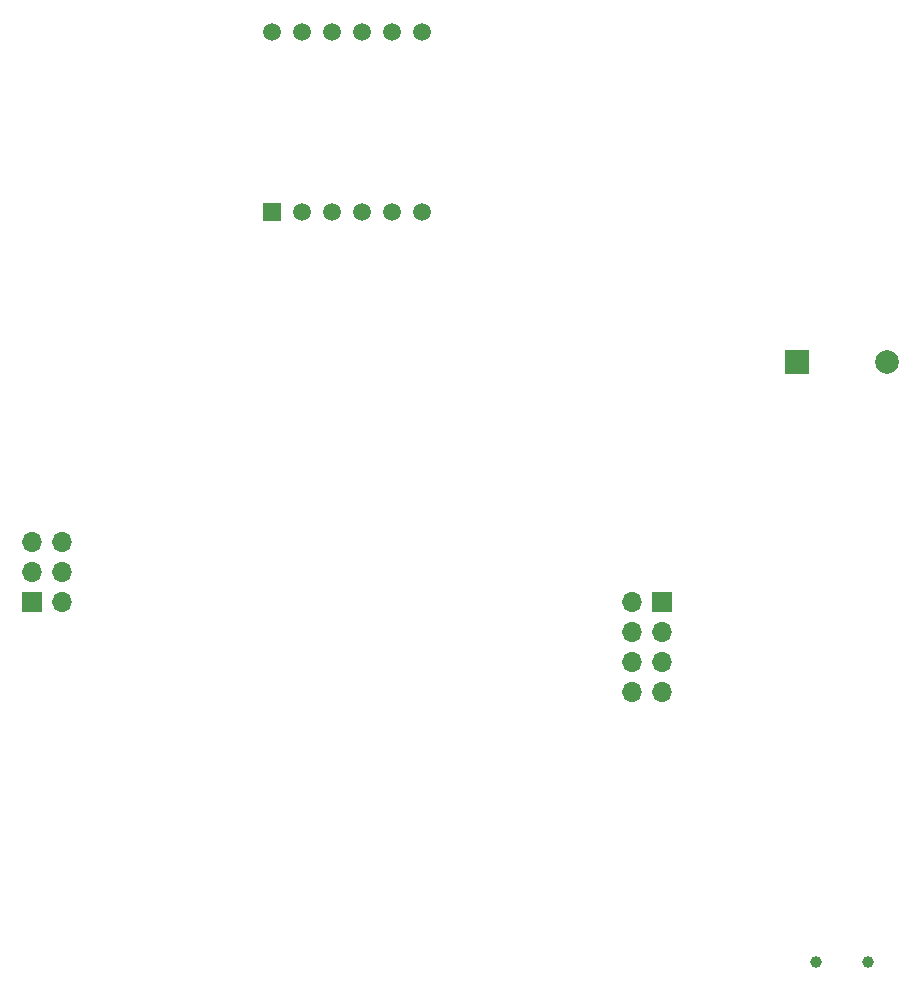
<source format=gbr>
%TF.GenerationSoftware,KiCad,Pcbnew,(7.0.0-0)*%
%TF.CreationDate,2023-05-29T15:25:59-06:00*%
%TF.ProjectId,Phase_B_ATMEGA_v3,50686173-655f-4425-9f41-544d4547415f,rev?*%
%TF.SameCoordinates,Original*%
%TF.FileFunction,Soldermask,Bot*%
%TF.FilePolarity,Negative*%
%FSLAX46Y46*%
G04 Gerber Fmt 4.6, Leading zero omitted, Abs format (unit mm)*
G04 Created by KiCad (PCBNEW (7.0.0-0)) date 2023-05-29 15:25:59*
%MOMM*%
%LPD*%
G01*
G04 APERTURE LIST*
%ADD10C,1.000000*%
%ADD11R,2.000000X2.000000*%
%ADD12C,2.000000*%
%ADD13R,1.700000X1.700000*%
%ADD14O,1.700000X1.700000*%
%ADD15R,1.500000X1.500000*%
%ADD16C,1.500000*%
G04 APERTURE END LIST*
D10*
%TO.C,J2*%
X84160000Y-101600000D03*
X88560000Y-101600000D03*
%TD*%
D11*
%TO.C,LS1*%
X82559999Y-50799999D03*
D12*
X90160000Y-50800000D03*
%TD*%
D13*
%TO.C,J3*%
X71119999Y-71119999D03*
D14*
X68579999Y-71119999D03*
X71119999Y-73659999D03*
X68579999Y-73659999D03*
X71119999Y-76199999D03*
X68579999Y-76199999D03*
X71119999Y-78739999D03*
X68579999Y-78739999D03*
%TD*%
D13*
%TO.C,J1*%
X17779999Y-71119999D03*
D14*
X20319999Y-71119999D03*
X17779999Y-68579999D03*
X20319999Y-68579999D03*
X17779999Y-66039999D03*
X20319999Y-66039999D03*
%TD*%
D15*
%TO.C,U1*%
X38099999Y-38099999D03*
D16*
X40640000Y-38100000D03*
X43180000Y-38100000D03*
X45720000Y-38100000D03*
X48260000Y-38100000D03*
X50800000Y-38100000D03*
X50800000Y-22860000D03*
X48260000Y-22860000D03*
X45720000Y-22860000D03*
X43180000Y-22860000D03*
X40640000Y-22860000D03*
X38100000Y-22860000D03*
%TD*%
M02*

</source>
